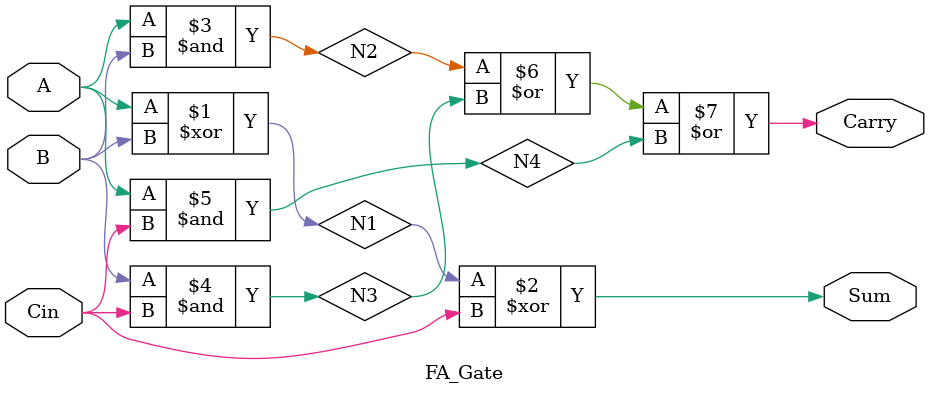
<source format=v>
`timescale 1ns / 1ps


module FA_Gate(
    input A,
    input B,
    input Cin,
    output Sum,
    output Carry
    );
    
    wire N1, N2, N3, N4;
    
    xor x1(N1, A, B);        
    xor x2(Sum, N1, Cin);    
    
    and a1(N2, A, B);        
    and a2(N3, B, Cin);      
    and a3(N4, A, Cin);      
    
    or o1(Carry, N2, N3, N4);
    
endmodule

</source>
